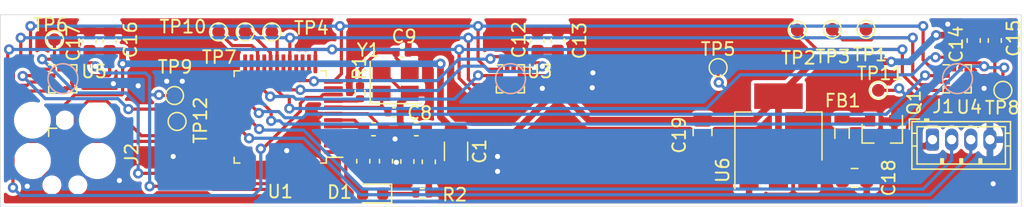
<source format=kicad_pcb>
(kicad_pcb (version 20171130) (host pcbnew "(5.1.9)-1")
  (layers (0 F.Cu signal) (31 B.Cu signal) (34 B.Paste user) (35 F.Paste user) (36 B.SilkS user) (37 F.SilkS user) (38 B.Mask user) (39 F.Mask user) (44 Edge.Cuts user))
  (net 0 "")
  (net 1 +3V3)
  (net 2 GND)
  (net 3 /STM32G030C8T6/HSE_IN)
  (net 4 "Net-(C9-Pad1)")
  (net 5 /AMS1117-3.3/VIN)
  (net 6 "Net-(D1-Pad1)")
  (net 7 "Net-(D1-Pad2)")
  (net 8 VCC)
  (net 9 HIT_TX)
  (net 10 HIT_RX)
  (net 11 /STM32G030C8T6/SWDIO)
  (net 12 /STM32G030C8T6/NRST)
  (net 13 /STM32G030C8T6/SWCLK)
  (net 14 /TC2030/SWO)
  (net 15 /STM32G030C8T6/HSE_OUT)
  (net 16 "Net-(U1-Pad2)")
  (net 17 "Net-(U1-Pad3)")
  (net 18 /STM32G030C8T6/PA0)
  (net 19 KX_SCLK)
  (net 20 KX_MOSI)
  (net 21 /STM32G030C8T6/PA3)
  (net 22 /STM32G030C8T6/PA4)
  (net 23 /STM32G030C8T6/PA5)
  (net 24 KX_MISO)
  (net 25 /STM32G030C8T6/PA7)
  (net 26 KX1_INT1)
  (net 27 KX1_INT2)
  (net 28 KX2_INT1)
  (net 29 KX1_CS)
  (net 30 KX2_INT2)
  (net 31 KX2_CS)
  (net 32 /STM32G030C8T6/PB13)
  (net 33 KX3_CS)
  (net 34 /STM32G030C8T6/PB15)
  (net 35 /STM32G030C8T6/PA8)
  (net 36 /STM32G030C8T6/PC6)
  (net 37 /STM32G030C8T6/PC7)
  (net 38 /STM32G030C8T6/PA11)
  (net 39 /STM32G030C8T6/PA12)
  (net 40 /STM32G030C8T6/PA15)
  (net 41 /STM32G030C8T6/PD0)
  (net 42 /STM32G030C8T6/PD1)
  (net 43 /STM32G030C8T6/PD2)
  (net 44 /STM32G030C8T6/PD3)
  (net 45 /STM32G030C8T6/PB3)
  (net 46 KX3_INT1)
  (net 47 KX3_INT2)
  (net 48 /STM32G030C8T6/PB6)
  (net 49 /STM32G030C8T6/PB7)
  (net 50 /STM32G030C8T6/PB8)
  (net 51 /STM32G030C8T6/PB9)
  (net 52 "Net-(FB1-Pad2)")
  (module Capacitor_SMD:C_1206_3216Metric (layer F.Cu) (at 99.06 48.6682 270)
    (fp_text reference C1 (at 0 -1.85 90) (layer F.SilkS))
    (fp_text value 4u7)
    (pad 1 smd roundrect (at -1.475 0 270) (size 1.15 1.8) (layers F.Cu F.Paste F.Mask) (roundrect_rratio 0.2173904347826087) (net 1 +3V3))
    (pad 2 smd roundrect (at 1.475 0 270) (size 1.15 1.8) (layers F.Cu F.Paste F.Mask) (roundrect_rratio 0.2173904347826087) (net 2 GND))
  )
  (module Capacitor_SMD:C_0603_1608Metric (layer F.Cu) (at 92.5954 46.9392)
    (fp_text reference C2 hide)
    (fp_text value 100n)
    (pad 2 smd roundrect (at 0.775 0) (size 0.9 0.95) (layers F.Cu F.Paste F.Mask) (net 2 GND))
    (pad 1 smd roundrect (at -0.775 0) (size 0.9 0.95) (layers F.Cu F.Paste F.Mask) (net 1 +3V3))
  )
  (module Capacitor_SMD:C_0603_1608Metric (layer F.Cu) (at 95.9482 46.9392 180)
    (fp_text reference C3 hide)
    (fp_text value 100n)
    (pad 2 smd roundrect (at 0.775 0 180) (size 0.9 0.95) (layers F.Cu F.Paste F.Mask) (net 2 GND))
    (pad 1 smd roundrect (at -0.775 0 180) (size 0.9 0.95) (layers F.Cu F.Paste F.Mask) (net 1 +3V3))
  )
  (module Capacitor_SMD:C_0603_1608Metric (layer F.Cu) (at 95.25 49.4662 270)
    (fp_text reference C4 hide)
    (fp_text value 100n)
    (pad 1 smd roundrect (at -0.775 0 270) (size 0.9 0.95) (layers F.Cu F.Paste F.Mask) (net 1 +3V3))
    (pad 2 smd roundrect (at 0.775 0 270) (size 0.9 0.95) (layers F.Cu F.Paste F.Mask) (net 2 GND))
  )
  (module Capacitor_SMD:C_0603_1608Metric (layer F.Cu) (at 96.9264 49.4922 270)
    (fp_text reference C5 hide)
    (fp_text value 100n)
    (pad 2 smd roundrect (at 0.775 0 270) (size 0.9 0.95) (layers F.Cu F.Paste F.Mask) (net 2 GND))
    (pad 1 smd roundrect (at -0.775 0 270) (size 0.9 0.95) (layers F.Cu F.Paste F.Mask) (net 1 +3V3))
  )
  (module Capacitor_SMD:C_0603_1608Metric (layer F.Cu) (at 93.5736 49.4414 270)
    (fp_text reference C6 hide)
    (fp_text value 100n)
    (pad 1 smd roundrect (at -0.775 0 270) (size 0.9 0.95) (layers F.Cu F.Paste F.Mask) (net 1 +3V3))
    (pad 2 smd roundrect (at 0.775 0 270) (size 0.9 0.95) (layers F.Cu F.Paste F.Mask) (net 2 GND))
  )
  (module Capacitor_SMD:C_0603_1608Metric (layer F.Cu) (at 91.7956 49.4414 270)
    (fp_text reference C7 hide)
    (fp_text value 100n)
    (pad 1 smd roundrect (at -0.775 0 270) (size 0.9 0.95) (layers F.Cu F.Paste F.Mask) (net 1 +3V3))
    (pad 2 smd roundrect (at 0.775 0 270) (size 0.9 0.95) (layers F.Cu F.Paste F.Mask) (net 2 GND))
  )
  (module Capacitor_SMD:C_0402_1005Metric (layer F.Cu) (at 94.206 45.6184)
    (fp_text reference C8 (at 2.0092 0.0508) (layer F.SilkS))
    (fp_text value 12p)
    (pad 1 smd roundrect (at -0.48 0) (size 0.56 0.62) (layers F.Cu F.Paste F.Mask) (net 3 /STM32G030C8T6/HSE_IN))
    (pad 2 smd roundrect (at 0.48 0) (size 0.56 0.62) (layers F.Cu F.Paste F.Mask) (net 2 GND))
  )
  (module Capacitor_SMD:C_0402_1005Metric (layer F.Cu) (at 94.8436 40.9448)
    (fp_text reference C9 (at 0.1524 -1.27) (layer F.SilkS))
    (fp_text value 12p)
    (pad 2 smd roundrect (at 0.48 0) (size 0.56 0.62) (layers F.Cu F.Paste F.Mask) (net 2 GND))
    (pad 1 smd roundrect (at -0.48 0) (size 0.56 0.62) (layers F.Cu F.Paste F.Mask) (net 4 "Net-(C9-Pad1)"))
  )
  (module Capacitor_SMD:C_0603_1608Metric (layer F.Cu) (at 105.4354 40.005 90)
    (fp_text reference C12 (at 0.0635 -1.4605 90) (layer F.SilkS))
    (fp_text value 100n)
    (pad 2 smd roundrect (at 0.775 0 90) (size 0.9 0.95) (layers F.Cu F.Paste F.Mask) (net 2 GND))
    (pad 1 smd roundrect (at -0.775 0 90) (size 0.9 0.95) (layers F.Cu F.Paste F.Mask) (net 1 +3V3))
  )
  (module Capacitor_SMD:C_0603_1608Metric (layer F.Cu) (at 107.0229 39.992 90)
    (fp_text reference C13 (at -0.013 1.7145 90) (layer F.SilkS))
    (fp_text value 100n)
    (pad 1 smd roundrect (at -0.775 0 90) (size 0.9 0.95) (layers F.Cu F.Paste F.Mask) (net 1 +3V3))
    (pad 2 smd roundrect (at 0.775 0 90) (size 0.9 0.95) (layers F.Cu F.Paste F.Mask) (net 2 GND))
  )
  (module Capacitor_SMD:C_0603_1608Metric (layer F.Cu) (at 139.5984 39.992 90)
    (fp_text reference C14 (at -0.2924 -1.3716 90) (layer F.SilkS))
    (fp_text value 100n)
    (pad 1 smd roundrect (at -0.775 0 90) (size 0.9 0.95) (layers F.Cu F.Paste F.Mask) (net 1 +3V3))
    (pad 2 smd roundrect (at 0.775 0 90) (size 0.9 0.95) (layers F.Cu F.Paste F.Mask) (net 2 GND))
  )
  (module Capacitor_SMD:C_0603_1608Metric (layer F.Cu) (at 141.2494 39.992 90)
    (fp_text reference C15 (at 0.1775 1.4605 90) (layer F.SilkS))
    (fp_text value 100n)
    (pad 2 smd roundrect (at 0.775 0 90) (size 0.9 0.95) (layers F.Cu F.Paste F.Mask) (net 2 GND))
    (pad 1 smd roundrect (at -0.775 0 90) (size 0.9 0.95) (layers F.Cu F.Paste F.Mask) (net 1 +3V3))
  )
  (module Capacitor_SMD:C_0603_1608Metric (layer F.Cu) (at 71.9328 40.0174 90)
    (fp_text reference C16 (at 0.0886 1.6256 90) (layer F.SilkS))
    (fp_text value 100n)
    (pad 1 smd roundrect (at -0.775 0 90) (size 0.9 0.95) (layers F.Cu F.Paste F.Mask) (net 1 +3V3))
    (pad 2 smd roundrect (at 0.775 0 90) (size 0.9 0.95) (layers F.Cu F.Paste F.Mask) (net 2 GND))
  )
  (module Capacitor_SMD:C_0603_1608Metric (layer F.Cu) (at 70.358 40.0174 90)
    (fp_text reference C17 (at -0.1654 -1.27 90) (layer F.SilkS))
    (fp_text value 100n)
    (pad 2 smd roundrect (at 0.775 0 90) (size 0.9 0.95) (layers F.Cu F.Paste F.Mask) (net 2 GND))
    (pad 1 smd roundrect (at -0.775 0 90) (size 0.9 0.95) (layers F.Cu F.Paste F.Mask) (net 1 +3V3))
  )
  (module Capacitor_SMD:C_0805_2012Metric (layer F.Cu) (at 130.2664 50.7492)
    (fp_text reference C18 (at 2.6772 0 90) (layer F.SilkS))
    (fp_text value 10u)
    (pad 2 smd roundrect (at 0.95 0) (size 1 1.45) (layers F.Cu F.Paste F.Mask) (net 2 GND))
    (pad 1 smd roundrect (at -0.95 0) (size 1 1.45) (layers F.Cu F.Paste F.Mask) (net 5 /AMS1117-3.3/VIN))
  )
  (module Capacitor_SMD:C_0805_2012Metric (layer F.Cu) (at 118.364 47.178 270)
    (fp_text reference C19 (at 0.2184 1.8288 90) (layer F.SilkS))
    (fp_text value 10u)
    (pad 1 smd roundrect (at -0.95 0 270) (size 1 1.45) (layers F.Cu F.Paste F.Mask) (net 1 +3V3))
    (pad 2 smd roundrect (at 0.95 0 270) (size 1 1.45) (layers F.Cu F.Paste F.Mask) (net 2 GND))
  )
  (module LED_SMD:LED_0603_1608Metric (layer F.Cu) (at 92.5321 51.9684 180)
    (fp_text reference D1 (at 2.5908 0.1016) (layer F.SilkS))
    (fp_text value LED)
    (pad 1 smd roundrect (at -0.7875 0 180) (size 0.875 0.95) (layers F.Cu F.Paste F.Mask) (net 6 "Net-(D1-Pad1)"))
    (pad 2 smd roundrect (at 0.7875 0 180) (size 0.875 0.95) (layers F.Cu F.Paste F.Mask) (net 7 "Net-(D1-Pad2)"))
  )
  (module Inductor_SMD:L_0805_2012Metric (layer F.Cu) (at 129.286 47.2483 90)
    (fp_text reference FB1 (at 2.5443 0.0508 180) (layer F.SilkS))
    (fp_text value GZ2012D101TF)
    (pad 1 smd roundrect (at -1.0625 0 90) (size 0.875 1.2) (layers F.Cu F.Paste F.Mask) (net 5 /AMS1117-3.3/VIN))
    (pad 2 smd roundrect (at 1.0625 0 90) (size 0.875 1.2) (layers F.Cu F.Paste F.Mask) (net 52 "Net-(FB1-Pad2)"))
  )
  (module Connector_JST2:JST_ZH_B4B-ZR_1x04_P1.50mm_Vertical (layer F.Cu) (at 136.3684 47.752)
    (fp_text reference J1 (at 0.8424 -2.5908) (layer F.SilkS))
    (fp_text value Conn_01x04_Male)
    (pad 1 thru_hole roundrect (at 0 0) (size 1.03 1.73) (drill 0.73) (layers *.Cu *.Mask) (roundrect_rratio 0.2427174757281553) (net 8 VCC))
    (pad 2 thru_hole oval (at 1.5 0) (size 1.03 1.73) (drill 0.73) (layers *.Cu *.Mask) (net 9 HIT_TX))
    (pad 3 thru_hole oval (at 3 0) (size 1.03 1.73) (drill 0.73) (layers *.Cu *.Mask) (net 10 HIT_RX))
    (pad 4 thru_hole oval (at 4.5 0) (size 1.03 1.73) (drill 0.73) (layers *.Cu *.Mask) (net 2 GND))
  )
  (module Connector:Tag-Connect_TC2030-IDC-FP_2x03_P1.27mm_Vertical (layer F.Cu) (at 68.4276 48.768 270)
    (fp_text reference J2 (at 0.1016 -5.2324 90) (layer F.SilkS))
    (fp_text value Conn_02x03_Odd_Even)
    (pad "" np_thru_hole circle (at -2.54 2.54 270) (size 2.3749 2.3749) (drill 2.3749) (layers *.Cu *.Mask))
    (pad "" np_thru_hole circle (at -2.54 -2.54 270) (size 2.3749 2.3749) (drill 2.3749) (layers *.Cu *.Mask))
    (pad "" np_thru_hole circle (at 0.635 -2.54 270) (size 2.3749 2.3749) (drill 2.3749) (layers *.Cu *.Mask))
    (pad "" np_thru_hole circle (at 0.635 2.54 270) (size 2.3749 2.3749) (drill 2.3749) (layers *.Cu *.Mask))
    (pad "" np_thru_hole circle (at 2.54 -1.016 270) (size 0.9906 0.9906) (drill 0.9906) (layers *.Cu *.Mask))
    (pad "" np_thru_hole circle (at 2.54 1.016 270) (size 0.9906 0.9906) (drill 0.9906) (layers *.Cu *.Mask))
    (pad "" np_thru_hole circle (at -2.54 0 270) (size 0.9906 0.9906) (drill 0.9906) (layers *.Cu *.Mask))
    (pad 1 connect circle (at -1.27 0.635 270) (size 0.7874 0.7874) (layers F.Cu F.Mask) (net 1 +3V3))
    (pad 2 connect circle (at -1.27 -0.635 270) (size 0.7874 0.7874) (layers F.Cu F.Mask) (net 11 /STM32G030C8T6/SWDIO))
    (pad 3 connect circle (at 0 0.635 270) (size 0.7874 0.7874) (layers F.Cu F.Mask) (net 12 /STM32G030C8T6/NRST))
    (pad 4 connect circle (at 0 -0.635 270) (size 0.7874 0.7874) (layers F.Cu F.Mask) (net 13 /STM32G030C8T6/SWCLK))
    (pad 5 connect circle (at 1.27 0.635 270) (size 0.7874 0.7874) (layers F.Cu F.Mask) (net 2 GND))
    (pad 6 connect circle (at 1.27 -0.635 270) (size 0.7874 0.7874) (layers F.Cu F.Mask) (net 14 /TC2030/SWO))
  )
  (module Resistor_SMD:R_0402_1005Metric (layer F.Cu) (at 91.5416 44.0416 90)
    (fp_text reference R1 (at 1.9284 -0.0508 90) (layer F.SilkS))
    (fp_text value 47)
    (pad 1 smd roundrect (at -0.51 0 90) (size 0.54 0.64) (layers F.Cu F.Paste F.Mask) (net 15 /STM32G030C8T6/HSE_OUT))
    (pad 2 smd roundrect (at 0.51 0 90) (size 0.54 0.64) (layers F.Cu F.Paste F.Mask) (net 4 "Net-(C9-Pad1)"))
  )
  (module Resistor_SMD:R_0402_1005Metric (layer F.Cu) (at 96.4204 51.9684 180)
    (fp_text reference R2 (at -2.538 -0.1016) (layer F.SilkS))
    (fp_text value 1k5)
    (pad 2 smd roundrect (at 0.51 0 180) (size 0.54 0.64) (layers F.Cu F.Paste F.Mask) (net 6 "Net-(D1-Pad1)"))
    (pad 1 smd roundrect (at -0.51 0 180) (size 0.54 0.64) (layers F.Cu F.Paste F.Mask) (net 2 GND))
  )
  (module Package_QFP:LQFP-48_7x7mm_P0.5mm (layer F.Cu) (at 85.2932 45.974 180)
    (fp_text reference U1 (at 0 -5.85) (layer F.SilkS))
    (fp_text value STM32G030C8T6)
    (pad 1 smd roundrect (at -4.1625 -2.75 180) (size 1.475 0.3) (layers F.Cu F.Paste F.Mask) (net 7 "Net-(D1-Pad2)"))
    (pad 2 smd roundrect (at -4.1625 -2.25 180) (size 1.475 0.3) (layers F.Cu F.Paste F.Mask) (net 16 "Net-(U1-Pad2)"))
    (pad 3 smd roundrect (at -4.1625 -1.75 180) (size 1.475 0.3) (layers F.Cu F.Paste F.Mask) (net 17 "Net-(U1-Pad3)"))
    (pad 4 smd roundrect (at -4.1625 -1.25 180) (size 1.475 0.3) (layers F.Cu F.Paste F.Mask) (net 1 +3V3))
    (pad 5 smd roundrect (at -4.1625 -0.75 180) (size 1.475 0.3) (layers F.Cu F.Paste F.Mask) (net 1 +3V3))
    (pad 6 smd roundrect (at -4.1625 -0.25 180) (size 1.475 0.3) (layers F.Cu F.Paste F.Mask) (net 1 +3V3))
    (pad 7 smd roundrect (at -4.1625 0.25 180) (size 1.475 0.3) (layers F.Cu F.Paste F.Mask) (net 2 GND))
    (pad 8 smd roundrect (at -4.1625 0.75 180) (size 1.475 0.3) (layers F.Cu F.Paste F.Mask) (net 3 /STM32G030C8T6/HSE_IN))
    (pad 9 smd roundrect (at -4.1625 1.25 180) (size 1.475 0.3) (layers F.Cu F.Paste F.Mask) (net 15 /STM32G030C8T6/HSE_OUT))
    (pad 10 smd roundrect (at -4.1625 1.75 180) (size 1.475 0.3) (layers F.Cu F.Paste F.Mask) (net 12 /STM32G030C8T6/NRST))
    (pad 11 smd roundrect (at -4.1625 2.25 180) (size 1.475 0.3) (layers F.Cu F.Paste F.Mask) (net 18 /STM32G030C8T6/PA0))
    (pad 12 smd roundrect (at -4.1625 2.75 180) (size 1.475 0.3) (layers F.Cu F.Paste F.Mask) (net 19 KX_SCLK))
    (pad 13 smd roundrect (at -2.75 4.1625 180) (size 0.3 1.475) (layers F.Cu F.Paste F.Mask) (net 20 KX_MOSI))
    (pad 14 smd roundrect (at -2.25 4.1625 180) (size 0.3 1.475) (layers F.Cu F.Paste F.Mask) (net 21 /STM32G030C8T6/PA3))
    (pad 15 smd roundrect (at -1.75 4.1625 180) (size 0.3 1.475) (layers F.Cu F.Paste F.Mask) (net 22 /STM32G030C8T6/PA4))
    (pad 16 smd roundrect (at -1.25 4.1625 180) (size 0.3 1.475) (layers F.Cu F.Paste F.Mask) (net 23 /STM32G030C8T6/PA5))
    (pad 17 smd roundrect (at -0.75 4.1625 180) (size 0.3 1.475) (layers F.Cu F.Paste F.Mask) (net 24 KX_MISO))
    (pad 18 smd roundrect (at -0.25 4.1625 180) (size 0.3 1.475) (layers F.Cu F.Paste F.Mask) (net 25 /STM32G030C8T6/PA7))
    (pad 19 smd roundrect (at 0.25 4.1625 180) (size 0.3 1.475) (layers F.Cu F.Paste F.Mask) (net 26 KX1_INT1))
    (pad 20 smd roundrect (at 0.75 4.1625 180) (size 0.3 1.475) (layers F.Cu F.Paste F.Mask) (net 27 KX1_INT2))
    (pad 21 smd roundrect (at 1.25 4.1625 180) (size 0.3 1.475) (layers F.Cu F.Paste F.Mask) (net 28 KX2_INT1))
    (pad 22 smd roundrect (at 1.75 4.1625 180) (size 0.3 1.475) (layers F.Cu F.Paste F.Mask) (net 29 KX1_CS))
    (pad 23 smd roundrect (at 2.25 4.1625 180) (size 0.3 1.475) (layers F.Cu F.Paste F.Mask) (net 30 KX2_INT2))
    (pad 24 smd roundrect (at 2.75 4.1625 180) (size 0.3 1.475) (layers F.Cu F.Paste F.Mask) (net 31 KX2_CS))
    (pad 25 smd roundrect (at 4.1625 2.75 180) (size 1.475 0.3) (layers F.Cu F.Paste F.Mask) (net 32 /STM32G030C8T6/PB13))
    (pad 26 smd roundrect (at 4.1625 2.25 180) (size 1.475 0.3) (layers F.Cu F.Paste F.Mask) (net 33 KX3_CS))
    (pad 27 smd roundrect (at 4.1625 1.75 180) (size 1.475 0.3) (layers F.Cu F.Paste F.Mask) (net 34 /STM32G030C8T6/PB15))
    (pad 28 smd roundrect (at 4.1625 1.25 180) (size 1.475 0.3) (layers F.Cu F.Paste F.Mask) (net 35 /STM32G030C8T6/PA8))
    (pad 29 smd roundrect (at 4.1625 0.75 180) (size 1.475 0.3) (layers F.Cu F.Paste F.Mask) (net 9 HIT_TX))
    (pad 30 smd roundrect (at 4.1625 0.25 180) (size 1.475 0.3) (layers F.Cu F.Paste F.Mask) (net 36 /STM32G030C8T6/PC6))
    (pad 31 smd roundrect (at 4.1625 -0.25 180) (size 1.475 0.3) (layers F.Cu F.Paste F.Mask) (net 37 /STM32G030C8T6/PC7))
    (pad 32 smd roundrect (at 4.1625 -0.75 180) (size 1.475 0.3) (layers F.Cu F.Paste F.Mask) (net 10 HIT_RX))
    (pad 33 smd roundrect (at 4.1625 -1.25 180) (size 1.475 0.3) (layers F.Cu F.Paste F.Mask) (net 38 /STM32G030C8T6/PA11))
    (pad 34 smd roundrect (at 4.1625 -1.75 180) (size 1.475 0.3) (layers F.Cu F.Paste F.Mask) (net 39 /STM32G030C8T6/PA12))
    (pad 35 smd roundrect (at 4.1625 -2.25 180) (size 1.475 0.3) (layers F.Cu F.Paste F.Mask) (net 11 /STM32G030C8T6/SWDIO))
    (pad 36 smd roundrect (at 4.1625 -2.75 180) (size 1.475 0.3) (layers F.Cu F.Paste F.Mask) (net 13 /STM32G030C8T6/SWCLK))
    (pad 37 smd roundrect (at 2.75 -4.1625 180) (size 0.3 1.475) (layers F.Cu F.Paste F.Mask) (net 40 /STM32G030C8T6/PA15))
    (pad 38 smd roundrect (at 2.25 -4.1625 180) (size 0.3 1.475) (layers F.Cu F.Paste F.Mask) (net 41 /STM32G030C8T6/PD0))
    (pad 39 smd roundrect (at 1.75 -4.1625 180) (size 0.3 1.475) (layers F.Cu F.Paste F.Mask) (net 42 /STM32G030C8T6/PD1))
    (pad 40 smd roundrect (at 1.25 -4.1625 180) (size 0.3 1.475) (layers F.Cu F.Paste F.Mask) (net 43 /STM32G030C8T6/PD2))
    (pad 41 smd roundrect (at 0.75 -4.1625 180) (size 0.3 1.475) (layers F.Cu F.Paste F.Mask) (net 44 /STM32G030C8T6/PD3))
    (pad 42 smd roundrect (at 0.25 -4.1625 180) (size 0.3 1.475) (layers F.Cu F.Paste F.Mask) (net 45 /STM32G030C8T6/PB3))
    (pad 43 smd roundrect (at -0.25 -4.1625 180) (size 0.3 1.475) (layers F.Cu F.Paste F.Mask) (net 46 KX3_INT1))
    (pad 44 smd roundrect (at -0.75 -4.1625 180) (size 0.3 1.475) (layers F.Cu F.Paste F.Mask) (net 47 KX3_INT2))
    (pad 45 smd roundrect (at -1.25 -4.1625 180) (size 0.3 1.475) (layers F.Cu F.Paste F.Mask) (net 48 /STM32G030C8T6/PB6))
    (pad 46 smd roundrect (at -1.75 -4.1625 180) (size 0.3 1.475) (layers F.Cu F.Paste F.Mask) (net 49 /STM32G030C8T6/PB7))
    (pad 47 smd roundrect (at -2.25 -4.1625 180) (size 0.3 1.475) (layers F.Cu F.Paste F.Mask) (net 50 /STM32G030C8T6/PB8))
    (pad 48 smd roundrect (at -2.75 -4.1625 180) (size 0.3 1.475) (layers F.Cu F.Paste F.Mask) (net 51 /STM32G030C8T6/PB9))
  )
  (module Package_LGA:LGA-12_2x2mm_P0.5mm (layer F.Cu) (at 103.3145 42.9895)
    (fp_text reference U3 (at 2.286 -0.5715) (layer F.SilkS))
    (fp_text value LIS2DW12TR)
    (pad 2 smd rect (at -0.7625 -0.25) (size 0.375 0.35) (layers F.Cu F.Paste F.Mask) (net 29 KX1_CS))
    (pad 3 smd rect (at -0.7625 0.25) (size 0.375 0.35) (layers F.Cu F.Paste F.Mask) (net 24 KX_MISO))
    (pad 9 smd rect (at 0.7625 -0.25) (size 0.375 0.35) (layers F.Cu F.Paste F.Mask) (net 1 +3V3))
    (pad 8 smd rect (at 0.7625 0.25) (size 0.375 0.35) (layers F.Cu F.Paste F.Mask) (net 2 GND))
    (pad 4 smd rect (at -0.7625 0.75) (size 0.375 0.35) (layers F.Cu F.Paste F.Mask) (net 20 KX_MOSI))
    (pad 7 smd rect (at 0.7625 0.75) (size 0.375 0.35) (layers F.Cu F.Paste F.Mask) (net 2 GND))
    (pad 1 smd rect (at -0.7625 -0.75) (size 0.375 0.35) (layers F.Cu F.Paste F.Mask) (net 19 KX_SCLK))
    (pad 10 smd rect (at 0.7625 -0.75) (size 0.375 0.35) (layers F.Cu F.Paste F.Mask) (net 1 +3V3))
    (pad 5 smd rect (at -0.25 0.7625 90) (size 0.375 0.35) (layers F.Cu F.Paste F.Mask) (net 2 GND))
    (pad 6 smd rect (at 0.25 0.7625 90) (size 0.375 0.35) (layers F.Cu F.Paste F.Mask) (net 2 GND))
    (pad 11 smd rect (at 0.25 -0.7625 90) (size 0.375 0.35) (layers F.Cu F.Paste F.Mask) (net 27 KX1_INT2))
    (pad 12 smd rect (at -0.25 -0.7625 90) (size 0.375 0.35) (layers F.Cu F.Paste F.Mask) (net 26 KX1_INT1))
  )
  (module Package_LGA:LGA-12_2x2mm_P0.5mm (layer F.Cu) (at 138.303 42.9895)
    (fp_text reference U4 (at 0.9398 2.2225) (layer F.SilkS))
    (fp_text value LIS2DW12TR)
    (pad 12 smd rect (at -0.25 -0.7625 90) (size 0.375 0.35) (layers F.Cu F.Paste F.Mask) (net 28 KX2_INT1))
    (pad 11 smd rect (at 0.25 -0.7625 90) (size 0.375 0.35) (layers F.Cu F.Paste F.Mask) (net 30 KX2_INT2))
    (pad 6 smd rect (at 0.25 0.7625 90) (size 0.375 0.35) (layers F.Cu F.Paste F.Mask) (net 2 GND))
    (pad 5 smd rect (at -0.25 0.7625 90) (size 0.375 0.35) (layers F.Cu F.Paste F.Mask) (net 2 GND))
    (pad 10 smd rect (at 0.7625 -0.75) (size 0.375 0.35) (layers F.Cu F.Paste F.Mask) (net 1 +3V3))
    (pad 1 smd rect (at -0.7625 -0.75) (size 0.375 0.35) (layers F.Cu F.Paste F.Mask) (net 19 KX_SCLK))
    (pad 7 smd rect (at 0.7625 0.75) (size 0.375 0.35) (layers F.Cu F.Paste F.Mask) (net 2 GND))
    (pad 4 smd rect (at -0.7625 0.75) (size 0.375 0.35) (layers F.Cu F.Paste F.Mask) (net 20 KX_MOSI))
    (pad 8 smd rect (at 0.7625 0.25) (size 0.375 0.35) (layers F.Cu F.Paste F.Mask) (net 2 GND))
    (pad 9 smd rect (at 0.7625 -0.25) (size 0.375 0.35) (layers F.Cu F.Paste F.Mask) (net 1 +3V3))
    (pad 3 smd rect (at -0.7625 0.25) (size 0.375 0.35) (layers F.Cu F.Paste F.Mask) (net 24 KX_MISO))
    (pad 2 smd rect (at -0.7625 -0.25) (size 0.375 0.35) (layers F.Cu F.Paste F.Mask) (net 31 KX2_CS))
  )
  (module Package_LGA:LGA-12_2x2mm_P0.5mm (layer F.Cu) (at 68.2625 42.9895)
    (fp_text reference U5 (at 2.4511 -0.5715) (layer F.SilkS))
    (fp_text value LIS2DW12TR)
    (pad 2 smd rect (at -0.7625 -0.25) (size 0.375 0.35) (layers F.Cu F.Paste F.Mask) (net 33 KX3_CS))
    (pad 3 smd rect (at -0.7625 0.25) (size 0.375 0.35) (layers F.Cu F.Paste F.Mask) (net 24 KX_MISO))
    (pad 9 smd rect (at 0.7625 -0.25) (size 0.375 0.35) (layers F.Cu F.Paste F.Mask) (net 1 +3V3))
    (pad 8 smd rect (at 0.7625 0.25) (size 0.375 0.35) (layers F.Cu F.Paste F.Mask) (net 2 GND))
    (pad 4 smd rect (at -0.7625 0.75) (size 0.375 0.35) (layers F.Cu F.Paste F.Mask) (net 20 KX_MOSI))
    (pad 7 smd rect (at 0.7625 0.75) (size 0.375 0.35) (layers F.Cu F.Paste F.Mask) (net 2 GND))
    (pad 1 smd rect (at -0.7625 -0.75) (size 0.375 0.35) (layers F.Cu F.Paste F.Mask) (net 19 KX_SCLK))
    (pad 10 smd rect (at 0.7625 -0.75) (size 0.375 0.35) (layers F.Cu F.Paste F.Mask) (net 1 +3V3))
    (pad 5 smd rect (at -0.25 0.7625 90) (size 0.375 0.35) (layers F.Cu F.Paste F.Mask) (net 2 GND))
    (pad 6 smd rect (at 0.25 0.7625 90) (size 0.375 0.35) (layers F.Cu F.Paste F.Mask) (net 2 GND))
    (pad 11 smd rect (at 0.25 -0.7625 90) (size 0.375 0.35) (layers F.Cu F.Paste F.Mask) (net 47 KX3_INT2))
    (pad 12 smd rect (at -0.25 -0.7625 90) (size 0.375 0.35) (layers F.Cu F.Paste F.Mask) (net 46 KX3_INT1))
  )
  (module Package_TO_SOT_SMD:SOT-223-3_TabPin2 (layer F.Cu) (at 124.3076 47.4984 90)
    (fp_text reference U6 (at -2.6412 -4.3688 270) (layer F.SilkS))
    (fp_text value AMS1117-3.3)
    (pad 2 smd rect (at 3.15 0 90) (size 2 3.8) (layers F.Cu F.Paste F.Mask) (net 1 +3V3))
    (pad 2 smd rect (at -3.15 0 90) (size 2 1.5) (layers F.Cu F.Paste F.Mask) (net 1 +3V3))
    (pad 3 smd rect (at -3.15 2.3 90) (size 2 1.5) (layers F.Cu F.Paste F.Mask) (net 5 /AMS1117-3.3/VIN))
    (pad 1 smd rect (at -3.15 -2.3 90) (size 2 1.5) (layers F.Cu F.Paste F.Mask) (net 2 GND))
  )
  (module Crystal:Crystal_SMD_3225-4Pin_3.2x2.5mm (layer F.Cu) (at 94.3356 43.2816)
    (fp_text reference Y1 (at -2.1336 -2.54) (layer F.SilkS))
    (fp_text value 16MHz)
    (pad 1 smd rect (at -1.1 0.85) (size 1.4 1.2) (layers F.Cu F.Paste F.Mask) (net 3 /STM32G030C8T6/HSE_IN))
    (pad 2 smd rect (at 1.1 0.85) (size 1.4 1.2) (layers F.Cu F.Paste F.Mask) (net 2 GND))
    (pad 3 smd rect (at 1.1 -0.85) (size 1.4 1.2) (layers F.Cu F.Paste F.Mask) (net 4 "Net-(C9-Pad1)"))
    (pad 4 smd rect (at -1.1 -0.85) (size 1.4 1.2) (layers F.Cu F.Paste F.Mask) (net 2 GND))
  )
  (module TestPoint:TestPoint_Pad_D1.0mm (layer F.Cu) (at 131.1656 39.116)
    (fp_text reference TP1 (at 0.3048 1.9812) (layer F.SilkS))
    (fp_text value TestPoint)
    (pad 1 smd circle (at 0 0) (size 1 1) (layers F.Cu F.Mask) (net 19 KX_SCLK))
  )
  (module TestPoint:TestPoint_Pad_D1.0mm (layer F.Cu) (at 125.7808 39.1668)
    (fp_text reference TP2 (at 0.1016 2.1844) (layer F.SilkS))
    (fp_text value TestPoint)
    (pad 1 smd circle (at 0 0) (size 1 1) (layers F.Cu F.Mask) (net 20 KX_MOSI))
  )
  (module TestPoint:TestPoint_Pad_D1.0mm (layer F.Cu) (at 128.524 39.116)
    (fp_text reference TP3 (at 0.0508 2.1336) (layer F.SilkS))
    (fp_text value TestPoint)
    (pad 1 smd circle (at 0 0) (size 1 1) (layers F.Cu F.Mask) (net 24 KX_MISO))
  )
  (module TestPoint:TestPoint_Pad_D1.0mm (layer F.Cu) (at 84.6328 39.3192)
    (fp_text reference TP4 (at 3.0988 -0.3048) (layer F.SilkS))
    (fp_text value TestPoint)
    (pad 1 smd circle (at 0 0) (size 1 1) (layers F.Cu F.Mask) (net 26 KX1_INT1))
  )
  (module TestPoint:TestPoint_Pad_D1.0mm (layer F.Cu) (at 119.5832 42.1132)
    (fp_text reference TP5 (at 0 -1.448) (layer F.SilkS))
    (fp_text value TestPoint)
    (pad 1 smd circle (at 0 0) (size 1 1) (layers F.Cu F.Mask) (net 28 KX2_INT1))
  )
  (module TestPoint:TestPoint_Pad_D1.0mm (layer F.Cu) (at 67.6148 39.9288)
    (fp_text reference TP6 (at -0.3048 -1.1684) (layer F.SilkS))
    (fp_text value TestPoint)
    (pad 1 smd circle (at 0 0) (size 1 1) (layers F.Cu F.Mask) (net 46 KX3_INT1))
  )
  (module TestPoint:TestPoint_Pad_D1.0mm (layer F.Cu) (at 82.55 39.3192)
    (fp_text reference TP7 (at -2.032 1.9812) (layer F.SilkS))
    (fp_text value TestPoint)
    (pad 1 smd circle (at 0 0) (size 1 1) (layers F.Cu F.Mask) (net 27 KX1_INT2))
  )
  (module TestPoint:TestPoint_Pad_D1.0mm (layer F.Cu) (at 141.8844 43.8912)
    (fp_text reference TP8 (at -0.0508 1.3716) (layer F.SilkS))
    (fp_text value TestPoint)
    (pad 1 smd circle (at 0 0) (size 1 1) (layers F.Cu F.Mask) (net 30 KX2_INT2))
  )
  (module TestPoint:TestPoint_Pad_D1.0mm (layer F.Cu) (at 77.0128 44.2976)
    (fp_text reference TP9 (at 0.0508 -2.2352) (layer F.SilkS))
    (fp_text value TestPoint)
    (pad 1 smd circle (at 0 0) (size 1 1) (layers F.Cu F.Mask) (net 47 KX3_INT2))
  )
  (module TestPoint:TestPoint_Pad_D1.0mm (layer F.Cu) (at 80.4672 39.3192)
    (fp_text reference TP10 (at -2.794 -0.4064) (layer F.SilkS))
    (fp_text value TestPoint)
    (pad 1 smd circle (at 0 0) (size 1 1) (layers F.Cu F.Mask) (net 29 KX1_CS))
  )
  (module TestPoint:TestPoint_Pad_D1.0mm (layer F.Cu) (at 132.1308 43.8912)
    (fp_text reference TP11 (at 0.1524 -1.3208) (layer F.SilkS))
    (fp_text value TestPoint)
    (pad 1 smd circle (at 0 0) (size 1 1) (layers F.Cu F.Mask) (net 31 KX2_CS))
  )
  (module TestPoint:TestPoint_Pad_D1.0mm (layer F.Cu) (at 77.216 46.3296)
    (fp_text reference TP12 (at 1.8288 -0.1016 90) (layer F.SilkS))
    (fp_text value TestPoint)
    (pad 1 smd circle (at 0 0) (size 1 1) (layers F.Cu F.Mask) (net 33 KX3_CS))
  )
  (module Package_TO_SOT_SMD:SOT-23 (layer F.Cu) (at 132.4356 47.26 270)
    (fp_text reference Q1 (at -2.4036 -2.4892 90) (layer F.SilkS))
    (fp_text value IRLML6402TRPBF)
    (pad 1 smd rect (at -1 -0.95 270) (size 0.9 0.8) (layers F.Cu F.Paste F.Mask) (net 2 GND))
    (pad 2 smd rect (at -1 0.95 270) (size 0.9 0.8) (layers F.Cu F.Paste F.Mask) (net 52 "Net-(FB1-Pad2)"))
    (pad 3 smd rect (at 1 0 270) (size 0.9 0.8) (layers F.Cu F.Paste F.Mask) (net 8 VCC))
  )
  (gr_circle (center 138.3284 42.9768) (end 137.16 42.9768) (layer B.SilkS) (width 0.12))
  (gr_circle (center 103.3272 42.9768) (end 102.1588 42.9768) (layer B.SilkS) (width 0.12))
  (gr_circle (center 68.2752 42.9768) (end 67.1068 42.9768) (layer B.SilkS) (width 0.12))
  (gr_line (start 63.373 53.0225) (end 63.373 37.973) (layer Edge.Cuts) (width 0.05))
  (gr_line (start 143.3195 53.0225) (end 63.373 53.0225) (layer Edge.Cuts) (width 0.05))
  (gr_line (start 143.3195 37.973) (end 143.3195 53.0225) (layer Edge.Cuts) (width 0.05))
  (gr_line (start 63.373 37.973) (end 143.3195 37.973) (layer Edge.Cuts) (width 0.05))
  (segment (start 70.358 40.7924) (end 71.9328 40.7924) (width 0.524) (layer F.Cu) (net 1))
  (segment (start 107.0099 40.78) (end 107.0229 40.767) (width 0.524) (layer F.Cu) (net 1))
  (segment (start 105.4354 40.78) (end 107.0099 40.78) (width 0.524) (layer F.Cu) (net 1))
  (segment (start 140.5382 40.767) (end 141.2494 40.767) (width 0.524) (layer F.Cu) (net 1))
  (segment (start 139.5984 40.767) (end 140.5382 40.767) (width 0.524) (layer F.Cu) (net 1))
  (segment (start 107.0229 42.6847) (end 107.0229 40.767) (width 0.25) (layer F.Cu) (net 1))
  (segment (start 106.9681 42.7395) (end 107.0229 42.6847) (width 0.25) (layer F.Cu) (net 1))
  (segment (start 104.077 42.2395) (end 104.8759 42.2395) (width 0.25) (layer F.Cu) (net 1))
  (segment (start 104.8759 42.6459) (end 104.9695 42.7395) (width 0.25) (layer F.Cu) (net 1))
  (segment (start 104.8759 42.2395) (end 104.8759 42.6459) (width 0.25) (layer F.Cu) (net 1))
  (segment (start 104.9695 42.7395) (end 106.9681 42.7395) (width 0.25) (layer F.Cu) (net 1))
  (segment (start 104.077 42.7395) (end 104.9695 42.7395) (width 0.25) (layer F.Cu) (net 1))
  (segment (start 141.2494 42.545) (end 141.2494 40.767) (width 0.25) (layer F.Cu) (net 1))
  (segment (start 141.0549 42.7395) (end 141.2494 42.545) (width 0.25) (layer F.Cu) (net 1))
  (segment (start 139.0655 42.2395) (end 139.6231 42.2395) (width 0.25) (layer F.Cu) (net 1))
  (segment (start 139.7167 42.3331) (end 139.7167 42.7395) (width 0.25) (layer F.Cu) (net 1))
  (segment (start 139.6231 42.2395) (end 139.7167 42.3331) (width 0.25) (layer F.Cu) (net 1))
  (segment (start 139.7167 42.7395) (end 141.0549 42.7395) (width 0.25) (layer F.Cu) (net 1))
  (segment (start 139.0655 42.7395) (end 139.7167 42.7395) (width 0.25) (layer F.Cu) (net 1))
  (segment (start 71.9328 42.672) (end 71.9328 40.7924) (width 0.25) (layer F.Cu) (net 1))
  (segment (start 71.8653 42.7395) (end 71.9328 42.672) (width 0.25) (layer F.Cu) (net 1))
  (segment (start 69.025 42.2395) (end 69.6715 42.2395) (width 0.25) (layer F.Cu) (net 1))
  (segment (start 69.8159 42.3839) (end 69.8159 42.7395) (width 0.25) (layer F.Cu) (net 1))
  (segment (start 69.6715 42.2395) (end 69.8159 42.3839) (width 0.25) (layer F.Cu) (net 1))
  (segment (start 69.8159 42.7395) (end 71.8653 42.7395) (width 0.25) (layer F.Cu) (net 1))
  (segment (start 69.025 42.7395) (end 69.8159 42.7395) (width 0.25) (layer F.Cu) (net 1))
  (segment (start 96.9772 47.1932) (end 96.7232 46.9392) (width 0.524) (layer F.Cu) (net 1))
  (segment (start 99.06 47.1932) (end 96.9772 47.1932) (width 0.524) (layer F.Cu) (net 1))
  (segment (start 95.276 48.7172) (end 95.25 48.6912) (width 0.524) (layer F.Cu) (net 1))
  (segment (start 96.9264 48.7172) (end 95.276 48.7172) (width 0.524) (layer F.Cu) (net 1))
  (segment (start 95.2252 48.6664) (end 95.25 48.6912) (width 0.524) (layer F.Cu) (net 1))
  (segment (start 93.5736 48.6664) (end 95.2252 48.6664) (width 0.524) (layer F.Cu) (net 1))
  (segment (start 91.7956 48.6664) (end 93.5736 48.6664) (width 0.524) (layer F.Cu) (net 1))
  (segment (start 91.7956 46.964) (end 91.8204 46.9392) (width 0.524) (layer F.Cu) (net 1))
  (segment (start 91.7956 48.6664) (end 91.7956 46.964) (width 0.524) (layer F.Cu) (net 1))
  (segment (start 96.9264 47.1424) (end 96.7232 46.9392) (width 0.524) (layer F.Cu) (net 1))
  (segment (start 96.9264 48.7172) (end 96.9264 47.1424) (width 0.524) (layer F.Cu) (net 1))
  (segment (start 91.5356 47.224) (end 91.8204 46.9392) (width 0.25) (layer F.Cu) (net 1))
  (segment (start 89.4557 47.224) (end 91.5356 47.224) (width 0.25) (layer F.Cu) (net 1))
  (segment (start 91.6052 46.724) (end 91.8204 46.9392) (width 0.25) (layer F.Cu) (net 1))
  (segment (start 89.4557 46.724) (end 91.6052 46.724) (width 0.25) (layer F.Cu) (net 1))
  (segment (start 91.1052 46.224) (end 91.8204 46.9392) (width 0.25) (layer F.Cu) (net 1))
  (segment (start 89.4557 46.224) (end 91.1052 46.224) (width 0.25) (layer F.Cu) (net 1))
  (via (at 97.8408 41.8084) (size 0.8) (drill 0.4) (layers F.Cu B.Cu) (net 1))
  (segment (start 97.8408 45.974) (end 97.8408 41.8084) (width 0.524) (layer F.Cu) (net 1))
  (segment (start 99.06 47.1932) (end 97.8408 45.974) (width 0.524) (layer F.Cu) (net 1))
  (via (at 72.9488 41.8084) (size 0.8) (drill 0.4) (layers F.Cu B.Cu) (net 1))
  (segment (start 72.9488 41.8084) (end 72.9488 40.7924) (width 0.524) (layer F.Cu) (net 1))
  (segment (start 72.9488 40.7924) (end 71.9328 40.7924) (width 0.524) (layer F.Cu) (net 1))
  (segment (start 103.637762 47.1932) (end 99.06 47.1932) (width 0.524) (layer F.Cu) (net 1))
  (segment (start 107.0229 43.808062) (end 103.637762 47.1932) (width 0.524) (layer F.Cu) (net 1))
  (segment (start 107.0229 40.767) (end 107.0229 43.808062) (width 0.524) (layer F.Cu) (net 1))
  (via (at 133.1468 41.656) (size 0.8) (drill 0.4) (layers F.Cu B.Cu) (net 1))
  (via (at 136.652 39.5732) (size 0.8) (drill 0.4) (layers F.Cu B.Cu) (net 1))
  (segment (start 134.5692 41.656) (end 136.652 39.5732) (width 0.524) (layer B.Cu) (net 1))
  (segment (start 133.1468 41.656) (end 134.5692 41.656) (width 0.524) (layer B.Cu) (net 1))
  (segment (start 136.652 39.5732) (end 137.3632 39.5732) (width 0.524) (layer F.Cu) (net 1))
  (segment (start 138.557 40.767) (end 139.5984 40.767) (width 0.524) (layer F.Cu) (net 1))
  (segment (start 137.3632 39.5732) (end 138.557 40.767) (width 0.524) (layer F.Cu) (net 1))
  (segment (start 72.9488 44.181402) (end 72.9488 41.8084) (width 0.25) (layer F.Cu) (net 1))
  (segment (start 72.890701 44.239501) (end 72.9488 44.181402) (width 0.25) (layer F.Cu) (net 1))
  (segment (start 69.202053 44.239501) (end 72.890701 44.239501) (width 0.25) (layer F.Cu) (net 1))
  (segment (start 67.607299 45.834255) (end 69.202053 44.239501) (width 0.25) (layer F.Cu) (net 1))
  (segment (start 67.607299 47.312699) (end 67.607299 45.834255) (width 0.25) (layer F.Cu) (net 1))
  (segment (start 67.7926 47.498) (end 67.607299 47.312699) (width 0.25) (layer F.Cu) (net 1))
  (segment (start 97.8408 41.8084) (end 72.9488 41.8084) (width 0.524) (layer B.Cu) (net 1))
  (segment (start 127 41.656) (end 124.3076 44.3484) (width 0.524) (layer F.Cu) (net 1))
  (segment (start 133.1468 41.656) (end 127 41.656) (width 0.524) (layer F.Cu) (net 1))
  (segment (start 122.428 46.228) (end 124.3076 44.3484) (width 0.524) (layer F.Cu) (net 1))
  (segment (start 118.364 46.228) (end 122.428 46.228) (width 0.524) (layer F.Cu) (net 1))
  (segment (start 124.3076 50.6484) (end 124.3076 44.3484) (width 0.524) (layer F.Cu) (net 1))
  (segment (start 109.442838 46.228) (end 107.0229 43.808062) (width 0.524) (layer F.Cu) (net 1))
  (segment (start 118.364 46.228) (end 109.442838 46.228) (width 0.524) (layer F.Cu) (net 1))
  (segment (start 95.0356 44.1316) (end 95.4356 44.1316) (width 0.25) (layer F.Cu) (net 2))
  (segment (start 93.3356 42.4316) (end 95.0356 44.1316) (width 0.25) (layer F.Cu) (net 2))
  (segment (start 93.2356 42.4316) (end 93.3356 42.4316) (width 0.25) (layer F.Cu) (net 2))
  (segment (start 92.1552 45.724) (end 93.3704 46.9392) (width 0.25) (layer F.Cu) (net 2))
  (segment (start 89.4557 45.724) (end 92.1552 45.724) (width 0.25) (layer F.Cu) (net 2))
  (via (at 65.4812 51.403301) (size 0.8) (drill 0.4) (layers F.Cu B.Cu) (net 2))
  (segment (start 66.03475 51.403301) (end 65.4812 51.403301) (width 0.25) (layer F.Cu) (net 2))
  (segment (start 67.400051 50.038) (end 66.03475 51.403301) (width 0.25) (layer F.Cu) (net 2))
  (segment (start 67.7926 50.038) (end 67.400051 50.038) (width 0.25) (layer F.Cu) (net 2))
  (segment (start 68.0125 43.752) (end 68.5125 43.752) (width 0.25) (layer F.Cu) (net 2))
  (segment (start 69.0125 43.752) (end 69.025 43.7395) (width 0.25) (layer F.Cu) (net 2))
  (segment (start 68.5125 43.752) (end 69.0125 43.752) (width 0.25) (layer F.Cu) (net 2))
  (segment (start 69.025 43.7395) (end 69.025 43.2395) (width 0.25) (layer F.Cu) (net 2))
  (segment (start 103.0645 43.752) (end 103.5645 43.752) (width 0.25) (layer F.Cu) (net 2))
  (segment (start 103.577 43.7395) (end 103.5645 43.752) (width 0.25) (layer F.Cu) (net 2))
  (segment (start 104.077 43.7395) (end 103.577 43.7395) (width 0.25) (layer F.Cu) (net 2))
  (segment (start 104.077 43.7395) (end 104.077 43.2395) (width 0.25) (layer F.Cu) (net 2))
  (segment (start 105.8157 43.7395) (end 105.8164 43.7388) (width 0.25) (layer F.Cu) (net 2))
  (via (at 105.8164 43.7388) (size 0.8) (drill 0.4) (layers F.Cu B.Cu) (net 2))
  (segment (start 104.077 43.7395) (end 105.8157 43.7395) (width 0.25) (layer F.Cu) (net 2))
  (segment (start 138.053 43.752) (end 138.553 43.752) (width 0.25) (layer F.Cu) (net 2))
  (segment (start 138.5655 43.7395) (end 138.553 43.752) (width 0.25) (layer F.Cu) (net 2))
  (segment (start 139.0655 43.7395) (end 138.5655 43.7395) (width 0.25) (layer F.Cu) (net 2))
  (segment (start 139.0655 43.7395) (end 139.0655 43.2395) (width 0.25) (layer F.Cu) (net 2))
  (via (at 140.4112 43.7388) (size 0.8) (drill 0.4) (layers F.Cu B.Cu) (net 2))
  (segment (start 140.4105 43.7395) (end 140.4112 43.7388) (width 0.25) (layer F.Cu) (net 2))
  (segment (start 139.0655 43.7395) (end 140.4105 43.7395) (width 0.25) (layer F.Cu) (net 2))
  (segment (start 69.025 43.2395) (end 70.2651 43.2395) (width 0.25) (layer F.Cu) (net 2))
  (via (at 72.2238 43.369661) (size 0.8) (drill 0.4) (layers F.Cu B.Cu) (net 2))
  (segment (start 72.093639 43.2395) (end 72.2238 43.369661) (width 0.25) (layer F.Cu) (net 2))
  (segment (start 70.2651 43.2395) (end 72.093639 43.2395) (width 0.25) (layer F.Cu) (net 2))
  (segment (start 93.3704 46.9392) (end 95.1732 46.9392) (width 0.524) (layer F.Cu) (net 2))
  (segment (start 94.686 46.452) (end 95.1732 46.9392) (width 0.524) (layer F.Cu) (net 2))
  (segment (start 94.686 45.6184) (end 94.686 46.452) (width 0.524) (layer F.Cu) (net 2))
  (segment (start 94.686 44.8812) (end 95.4356 44.1316) (width 0.524) (layer F.Cu) (net 2))
  (segment (start 94.686 45.6184) (end 94.686 44.8812) (width 0.524) (layer F.Cu) (net 2))
  (via (at 76.4032 43.18) (size 0.8) (drill 0.4) (layers F.Cu B.Cu) (net 2))
  (via (at 77.6224 43.18) (size 0.8) (drill 0.4) (layers F.Cu B.Cu) (net 2))
  (via (at 76.9112 49.0728) (size 0.8) (drill 0.4) (layers F.Cu B.Cu) (net 2))
  (via (at 72.6948 50.9524) (size 0.8) (drill 0.4) (layers F.Cu B.Cu) (net 2))
  (via (at 141.1224 51.2064) (size 0.8) (drill 0.4) (layers F.Cu B.Cu) (net 2))
  (via (at 137.5664 38.7096) (size 0.8) (drill 0.4) (layers F.Cu B.Cu) (net 2))
  (via (at 109.7788 42.5196) (size 0.8) (drill 0.4) (layers F.Cu B.Cu) (net 2))
  (via (at 109.728 43.688) (size 0.8) (drill 0.4) (layers F.Cu B.Cu) (net 2))
  (via (at 102.3112 49.0728) (size 0.8) (drill 0.4) (layers F.Cu B.Cu) (net 2))
  (via (at 102.3112 50.2412) (size 0.8) (drill 0.4) (layers F.Cu B.Cu) (net 2))
  (via (at 74.168 43.5356) (size 0.8) (drill 0.4) (layers F.Cu B.Cu) (net 2))
  (segment (start 74.002061 43.369661) (end 74.168 43.5356) (width 0.25) (layer B.Cu) (net 2))
  (segment (start 72.2238 43.369661) (end 74.002061 43.369661) (width 0.25) (layer B.Cu) (net 2))
  (via (at 94.3864 49.53) (size 0.8) (drill 0.4) (layers F.Cu B.Cu) (net 2))
  (segment (start 93.7 50.2164) (end 94.3864 49.53) (width 0.524) (layer F.Cu) (net 2))
  (segment (start 93.5736 50.2164) (end 93.7 50.2164) (width 0.524) (layer F.Cu) (net 2))
  (via (at 94.2848 47.7012) (size 0.8) (drill 0.4) (layers F.Cu B.Cu) (net 2))
  (segment (start 94.3864 47.8028) (end 94.2848 47.7012) (width 0.524) (layer B.Cu) (net 2))
  (segment (start 94.3864 49.53) (end 94.3864 47.8028) (width 0.524) (layer B.Cu) (net 2))
  (segment (start 94.1324 47.7012) (end 93.3704 46.9392) (width 0.524) (layer F.Cu) (net 2))
  (segment (start 94.2848 47.7012) (end 94.1324 47.7012) (width 0.524) (layer F.Cu) (net 2))
  (via (at 85.8012 48.6156) (size 0.8) (drill 0.4) (layers F.Cu B.Cu) (net 2))
  (segment (start 85.8012 48.575298) (end 85.8012 48.6156) (width 0.25) (layer F.Cu) (net 2))
  (segment (start 88.652498 45.724) (end 85.8012 48.575298) (width 0.25) (layer F.Cu) (net 2))
  (segment (start 89.4557 45.724) (end 88.652498 45.724) (width 0.25) (layer F.Cu) (net 2))
  (segment (start 93.3316 45.224) (end 93.726 45.6184) (width 0.25) (layer F.Cu) (net 3))
  (segment (start 89.4557 45.224) (end 93.3316 45.224) (width 0.25) (layer F.Cu) (net 3))
  (segment (start 93.2356 45.128) (end 93.3316 45.224) (width 0.25) (layer F.Cu) (net 3))
  (segment (start 93.2356 44.1316) (end 93.2356 45.128) (width 0.25) (layer F.Cu) (net 3))
  (segment (start 94.3636 41.3596) (end 94.3636 40.9448) (width 0.25) (layer F.Cu) (net 4))
  (segment (start 95.4356 42.4316) (end 94.3636 41.3596) (width 0.25) (layer F.Cu) (net 4))
  (segment (start 92.837398 40.9448) (end 94.3636 40.9448) (width 0.25) (layer F.Cu) (net 4))
  (segment (start 91.5416 42.240598) (end 92.837398 40.9448) (width 0.25) (layer F.Cu) (net 4))
  (segment (start 91.5416 43.5316) (end 91.5416 42.240598) (width 0.25) (layer F.Cu) (net 4))
  (segment (start 129.3164 48.3412) (end 129.286 48.3108) (width 0.524) (layer F.Cu) (net 5))
  (segment (start 129.3164 50.7492) (end 129.3164 48.3412) (width 0.524) (layer F.Cu) (net 5))
  (segment (start 129.2156 50.6484) (end 129.3164 50.7492) (width 0.524) (layer F.Cu) (net 5))
  (segment (start 126.6076 50.6484) (end 129.2156 50.6484) (width 0.524) (layer F.Cu) (net 5))
  (segment (start 93.3196 51.9684) (end 95.9104 51.9684) (width 0.25) (layer F.Cu) (net 6))
  (segment (start 89.4557 48.724) (end 90.2276 48.724) (width 0.25) (layer F.Cu) (net 7))
  (segment (start 90.2276 48.724) (end 90.424 48.9204) (width 0.25) (layer F.Cu) (net 7))
  (segment (start 90.424 50.6478) (end 91.7446 51.9684) (width 0.25) (layer F.Cu) (net 7))
  (segment (start 90.424 48.9204) (end 90.424 50.6478) (width 0.25) (layer F.Cu) (net 7))
  (segment (start 135.8604 48.26) (end 136.3684 47.752) (width 0.524) (layer F.Cu) (net 8))
  (segment (start 132.4356 48.26) (end 135.8604 48.26) (width 0.524) (layer F.Cu) (net 8))
  (via (at 83.644077 46.919898) (size 0.8) (drill 0.4) (layers F.Cu B.Cu) (net 9))
  (segment (start 83.6298 46.919898) (end 83.644077 46.919898) (width 0.25) (layer F.Cu) (net 9))
  (segment (start 81.933902 45.224) (end 83.6298 46.919898) (width 0.25) (layer F.Cu) (net 9))
  (segment (start 81.1307 45.224) (end 81.933902 45.224) (width 0.25) (layer F.Cu) (net 9))
  (segment (start 83.72798 47.003801) (end 87.118013 47.003801) (width 0.25) (layer B.Cu) (net 9))
  (segment (start 83.644077 46.919898) (end 83.72798 47.003801) (width 0.25) (layer B.Cu) (net 9))
  (segment (start 87.118013 47.003801) (end 91.734202 51.61999) (width 0.25) (layer B.Cu) (net 9))
  (segment (start 91.734202 51.61999) (end 135.62881 51.61999) (width 0.25) (layer B.Cu) (net 9))
  (segment (start 137.8684 49.3804) (end 137.8684 47.752) (width 0.25) (layer B.Cu) (net 9))
  (segment (start 135.62881 51.61999) (end 137.8684 49.3804) (width 0.25) (layer B.Cu) (net 9))
  (segment (start 81.933902 46.724) (end 82.8548 47.644898) (width 0.25) (layer F.Cu) (net 10))
  (segment (start 81.1307 46.724) (end 81.933902 46.724) (width 0.25) (layer F.Cu) (net 10))
  (via (at 82.8548 47.644898) (size 0.8) (drill 0.4) (layers F.Cu B.Cu) (net 10))
  (segment (start 87.1227 47.644898) (end 91.547802 52.07) (width 0.25) (layer B.Cu) (net 10))
  (segment (start 82.8548 47.644898) (end 87.1227 47.644898) (width 0.25) (layer B.Cu) (net 10))
  (segment (start 139.3684 48.867) (end 139.3684 47.752) (width 0.25) (layer B.Cu) (net 10))
  (segment (start 136.1654 52.07) (end 139.3684 48.867) (width 0.25) (layer B.Cu) (net 10))
  (segment (start 91.547802 52.07) (end 136.1654 52.07) (width 0.25) (layer B.Cu) (net 10))
  (segment (start 78.88321 48.224) (end 78.099749 47.440539) (width 0.25) (layer F.Cu) (net 11))
  (segment (start 81.1307 48.224) (end 78.88321 48.224) (width 0.25) (layer F.Cu) (net 11))
  (segment (start 69.247901 47.312699) (end 69.0626 47.498) (width 0.25) (layer F.Cu) (net 11))
  (segment (start 69.247901 45.709271) (end 69.247901 47.312699) (width 0.25) (layer F.Cu) (net 11))
  (segment (start 70.241623 44.715549) (end 69.247901 45.709271) (width 0.25) (layer F.Cu) (net 11))
  (segment (start 74.418567 47.440539) (end 71.693577 44.715549) (width 0.25) (layer F.Cu) (net 11))
  (segment (start 71.693577 44.715549) (end 70.241623 44.715549) (width 0.25) (layer F.Cu) (net 11))
  (segment (start 78.099749 47.440539) (end 74.418567 47.440539) (width 0.25) (layer F.Cu) (net 11))
  (segment (start 64.3636 48.688572) (end 64.3636 51.5112) (width 0.25) (layer F.Cu) (net 12))
  (segment (start 65.161623 47.890549) (end 64.3636 48.688572) (width 0.25) (layer F.Cu) (net 12))
  (via (at 64.3636 51.5112) (size 0.8) (drill 0.4) (layers F.Cu B.Cu) (net 12))
  (segment (start 66.915149 47.890549) (end 65.161623 47.890549) (width 0.25) (layer F.Cu) (net 12))
  (segment (start 67.7926 48.768) (end 66.915149 47.890549) (width 0.25) (layer F.Cu) (net 12))
  (segment (start 64.980701 52.128301) (end 83.202899 52.128301) (width 0.25) (layer B.Cu) (net 12))
  (segment (start 64.3636 51.5112) (end 64.980701 52.128301) (width 0.25) (layer B.Cu) (net 12))
  (segment (start 88.652498 44.224) (end 89.4557 44.224) (width 0.25) (layer F.Cu) (net 12))
  (segment (start 88.426498 44.45) (end 88.652498 44.224) (width 0.25) (layer F.Cu) (net 12))
  (segment (start 87.3252 44.45) (end 88.426498 44.45) (width 0.25) (layer F.Cu) (net 12))
  (segment (start 86.868 44.9072) (end 87.3252 44.45) (width 0.25) (layer F.Cu) (net 12))
  (via (at 83.7692 48.4632) (size 0.8) (drill 0.4) (layers F.Cu B.Cu) (net 12))
  (segment (start 83.927802 48.4632) (end 83.7692 48.4632) (width 0.25) (layer F.Cu) (net 12))
  (segment (start 86.868 45.523002) (end 83.927802 48.4632) (width 0.25) (layer F.Cu) (net 12))
  (segment (start 86.868 44.9072) (end 86.868 45.523002) (width 0.25) (layer F.Cu) (net 12))
  (segment (start 83.7692 51.562) (end 83.202899 52.128301) (width 0.25) (layer B.Cu) (net 12))
  (segment (start 83.7692 48.4632) (end 83.7692 51.562) (width 0.25) (layer B.Cu) (net 12))
  (segment (start 69.940051 47.890549) (end 77.913349 47.890549) (width 0.25) (layer F.Cu) (net 13))
  (segment (start 69.0626 48.768) (end 69.940051 47.890549) (width 0.25) (layer F.Cu) (net 13))
  (segment (start 78.7468 48.724) (end 81.1307 48.724) (width 0.25) (layer F.Cu) (net 13))
  (segment (start 77.913349 47.890549) (end 78.7468 48.724) (width 0.25) (layer F.Cu) (net 13))
  (segment (start 91.3692 44.724) (end 89.4557 44.724) (width 0.25) (layer F.Cu) (net 15))
  (segment (start 91.5416 44.5516) (end 91.3692 44.724) (width 0.25) (layer F.Cu) (net 15))
  (segment (start 67.5 42.2395) (end 65.8615 42.2395) (width 0.25) (layer F.Cu) (net 19))
  (via (at 65.7352 38.862) (size 0.8) (drill 0.4) (layers F.Cu B.Cu) (net 19))
  (segment (start 65.7352 42.1132) (end 65.7352 38.862) (width 0.25) (layer F.Cu) (net 19))
  (segment (start 65.8615 42.2395) (end 65.7352 42.1132) (width 0.25) (layer F.Cu) (net 19))
  (segment (start 102.552 42.2395) (end 101.5231 42.2395) (width 0.25) (layer F.Cu) (net 19))
  (via (at 100.7872 38.862) (size 0.8) (drill 0.4) (layers F.Cu B.Cu) (net 19))
  (segment (start 101.5231 42.2395) (end 100.7872 41.5036) (width 0.25) (layer F.Cu) (net 19))
  (segment (start 100.7872 41.5036) (end 100.7872 38.862) (width 0.25) (layer F.Cu) (net 19))
  (segment (start 137.5405 42.2395) (end 136.3719 42.2395) (width 0.25) (layer F.Cu) (net 19))
  (via (at 135.636 38.862) (size 0.8) (drill 0.4) (layers F.Cu B.Cu) (net 19))
  (segment (start 136.3719 42.2395) (end 135.636 41.5036) (width 0.25) (layer F.Cu) (net 19))
  (segment (start 135.636 41.5036) (end 135.636 38.862) (width 0.25) (layer F.Cu) (net 19))
  (segment (start 100.7872 38.862) (end 135.636 38.862) (width 0.25) (layer B.Cu) (net 19))
  (via (at 89.9668 38.862) (size 0.8) (drill 0.4) (layers F.Cu B.Cu) (net 19))
  (segment (start 90.082201 42.597499) (end 90.082201 38.977401) (width 0.25) (layer F.Cu) (net 19))
  (segment (start 89.4557 43.224) (end 90.082201 42.597499) (width 0.25) (layer F.Cu) (net 19))
  (segment (start 89.9668 38.862) (end 100.7872 38.862) (width 0.25) (layer B.Cu) (net 19))
  (segment (start 90.082201 38.977401) (end 89.9668 38.862) (width 0.25) (layer F.Cu) (net 19))
  (segment (start 65.7352 38.862) (end 89.9668 38.862) (width 0.25) (layer B.Cu) (net 19))
  (segment (start 131.4196 38.862) (end 131.1656 39.116) (width 0.25) (layer F.Cu) (net 19))
  (segment (start 135.636 38.862) (end 131.4196 38.862) (width 0.25) (layer F.Cu) (net 19))
  (segment (start 63.950589 40.799011) (end 64.0588 40.6908) (width 0.25) (layer F.Cu) (net 20))
  (segment (start 63.950589 43.308001) (end 63.950589 40.799011) (width 0.25) (layer F.Cu) (net 20))
  (segment (start 64.591198 43.94861) (end 63.950589 43.308001) (width 0.25) (layer F.Cu) (net 20))
  (segment (start 67.29089 43.94861) (end 64.591198 43.94861) (width 0.25) (layer F.Cu) (net 20))
  (via (at 64.0588 40.6908) (size 0.8) (drill 0.4) (layers F.Cu B.Cu) (net 20))
  (segment (start 67.5 43.7395) (end 67.29089 43.94861) (width 0.25) (layer F.Cu) (net 20))
  (via (at 99.3002 40.6908) (size 0.8) (drill 0.4) (layers F.Cu B.Cu) (net 20))
  (segment (start 99.3002 42.945212) (end 99.3002 40.6908) (width 0.25) (layer F.Cu) (net 20))
  (segment (start 100.252798 43.89781) (end 99.3002 42.945212) (width 0.25) (layer F.Cu) (net 20))
  (segment (start 102.39369 43.89781) (end 100.252798 43.89781) (width 0.25) (layer F.Cu) (net 20))
  (segment (start 102.552 43.7395) (end 102.39369 43.89781) (width 0.25) (layer F.Cu) (net 20))
  (via (at 134.0104 40.6908) (size 0.8) (drill 0.4) (layers F.Cu B.Cu) (net 20))
  (segment (start 134.0104 42.654212) (end 134.0104 40.6908) (width 0.25) (layer F.Cu) (net 20))
  (segment (start 135.253998 43.89781) (end 134.0104 42.654212) (width 0.25) (layer F.Cu) (net 20))
  (segment (start 137.38219 43.89781) (end 135.253998 43.89781) (width 0.25) (layer F.Cu) (net 20))
  (segment (start 137.5405 43.7395) (end 137.38219 43.89781) (width 0.25) (layer F.Cu) (net 20))
  (segment (start 88.0432 41.8115) (end 88.0432 40.6976) (width 0.25) (layer F.Cu) (net 20))
  (via (at 89.3572 40.6908) (size 0.8) (drill 0.4) (layers F.Cu B.Cu) (net 20))
  (segment (start 88.05 40.6908) (end 89.3572 40.6908) (width 0.25) (layer F.Cu) (net 20))
  (segment (start 88.0432 40.6976) (end 88.05 40.6908) (width 0.25) (layer F.Cu) (net 20))
  (segment (start 89.3572 40.6908) (end 134.0104 40.6908) (width 0.25) (layer B.Cu) (net 20))
  (segment (start 64.0588 40.6908) (end 89.3572 40.6908) (width 0.25) (layer B.Cu) (net 20))
  (segment (start 127.3048 40.6908) (end 125.7808 39.1668) (width 0.25) (layer F.Cu) (net 20))
  (segment (start 134.0104 40.6908) (end 127.3048 40.6908) (width 0.25) (layer F.Cu) (net 20))
  (segment (start 64.400599 43.121601) (end 64.400599 41.873001) (width 0.25) (layer F.Cu) (net 24))
  (segment (start 64.777599 43.498601) (end 64.400599 43.121601) (width 0.25) (layer F.Cu) (net 24))
  (segment (start 65.473601 43.498601) (end 64.777599 43.498601) (width 0.25) (layer F.Cu) (net 24))
  (segment (start 65.732702 43.2395) (end 65.473601 43.498601) (width 0.25) (layer F.Cu) (net 24))
  (segment (start 67.5 43.2395) (end 65.732702 43.2395) (width 0.25) (layer F.Cu) (net 24))
  (via (at 64.9732 39.7764) (size 0.8) (drill 0.4) (layers F.Cu B.Cu) (net 24))
  (segment (start 64.9732 41.3004) (end 64.9732 39.7764) (width 0.25) (layer F.Cu) (net 24))
  (segment (start 64.400599 41.873001) (end 64.9732 41.3004) (width 0.25) (layer F.Cu) (net 24))
  (via (at 100.0252 39.7764) (size 0.8) (drill 0.4) (layers F.Cu B.Cu) (net 24))
  (segment (start 100.0252 43.033802) (end 100.0252 39.7764) (width 0.25) (layer F.Cu) (net 24))
  (segment (start 100.439199 43.447801) (end 100.0252 43.033802) (width 0.25) (layer F.Cu) (net 24))
  (segment (start 101.135201 43.447801) (end 100.439199 43.447801) (width 0.25) (layer F.Cu) (net 24))
  (segment (start 101.343502 43.2395) (end 101.135201 43.447801) (width 0.25) (layer F.Cu) (net 24))
  (segment (start 102.552 43.2395) (end 101.343502 43.2395) (width 0.25) (layer F.Cu) (net 24))
  (via (at 134.8232 39.7764) (size 0.8) (drill 0.4) (layers F.Cu B.Cu) (net 24))
  (segment (start 134.8232 42.830602) (end 134.8232 39.7764) (width 0.25) (layer F.Cu) (net 24))
  (segment (start 136.136401 43.447801) (end 135.440399 43.447801) (width 0.25) (layer F.Cu) (net 24))
  (segment (start 136.344702 43.2395) (end 136.136401 43.447801) (width 0.25) (layer F.Cu) (net 24))
  (segment (start 137.5405 43.2395) (end 136.344702 43.2395) (width 0.25) (layer F.Cu) (net 24))
  (segment (start 135.440399 43.447801) (end 134.8232 42.830602) (width 0.25) (layer F.Cu) (net 24))
  (segment (start 100.0252 39.7764) (end 134.8232 39.7764) (width 0.25) (layer B.Cu) (net 24))
  (via (at 86.0552 39.7764) (size 0.8) (drill 0.4) (layers F.Cu B.Cu) (net 24))
  (segment (start 86.0432 39.7884) (end 86.0552 39.7764) (width 0.25) (layer F.Cu) (net 24))
  (segment (start 86.0432 41.8115) (end 86.0432 39.7884) (width 0.25) (layer F.Cu) (net 24))
  (segment (start 86.0552 39.7764) (end 100.0252 39.7764) (width 0.25) (layer B.Cu) (net 24))
  (segment (start 64.9732 39.7764) (end 86.0552 39.7764) (width 0.25) (layer B.Cu) (net 24))
  (segment (start 129.349001 39.941001) (end 128.524 39.116) (width 0.25) (layer F.Cu) (net 24))
  (segment (start 131.561601 39.941001) (end 129.349001 39.941001) (width 0.25) (layer F.Cu) (net 24))
  (segment (start 131.726202 39.7764) (end 131.561601 39.941001) (width 0.25) (layer F.Cu) (net 24))
  (segment (start 134.8232 39.7764) (end 131.726202 39.7764) (width 0.25) (layer F.Cu) (net 24))
  (segment (start 102.5246 41.2496) (end 101.7016 41.2496) (width 0.25) (layer F.Cu) (net 26))
  (via (at 101.7524 41.4158) (size 0.8) (drill 0.4) (layers F.Cu B.Cu) (net 26))
  (segment (start 103.0645 41.7895) (end 102.5246 41.2496) (width 0.25) (layer F.Cu) (net 26))
  (segment (start 103.0645 42.227) (end 103.0645 41.7895) (width 0.25) (layer F.Cu) (net 26))
  (via (at 87.9348 43.18) (size 0.8) (drill 0.4) (layers F.Cu B.Cu) (net 26))
  (segment (start 85.557698 43.1292) (end 87.9856 43.1292) (width 0.25) (layer F.Cu) (net 26))
  (segment (start 85.0432 42.614702) (end 85.557698 43.1292) (width 0.25) (layer F.Cu) (net 26))
  (segment (start 85.0432 41.8115) (end 85.0432 42.614702) (width 0.25) (layer F.Cu) (net 26))
  (segment (start 97.593002 43.1292) (end 99.269402 41.4528) (width 0.25) (layer B.Cu) (net 26))
  (segment (start 87.9856 43.1292) (end 97.593002 43.1292) (width 0.25) (layer B.Cu) (net 26))
  (segment (start 101.7154 41.4528) (end 101.7524 41.4158) (width 0.25) (layer B.Cu) (net 26))
  (segment (start 99.269402 41.4528) (end 101.7154 41.4528) (width 0.25) (layer B.Cu) (net 26))
  (segment (start 84.6328 39.3192) (end 84.6836 39.3192) (width 0.25) (layer F.Cu) (net 26))
  (segment (start 85.0432 39.6788) (end 85.0432 41.8115) (width 0.25) (layer F.Cu) (net 26))
  (segment (start 84.6836 39.3192) (end 85.0432 39.6788) (width 0.25) (layer F.Cu) (net 26))
  (via (at 105.8164 42.0145) (size 0.8) (drill 0.4) (layers F.Cu B.Cu) (net 27))
  (segment (start 105.541399 41.739499) (end 105.8164 42.0145) (width 0.25) (layer F.Cu) (net 27))
  (segment (start 103.614501 41.739499) (end 105.541399 41.739499) (width 0.25) (layer F.Cu) (net 27))
  (segment (start 103.5645 41.7895) (end 103.614501 41.739499) (width 0.25) (layer F.Cu) (net 27))
  (segment (start 103.5645 42.227) (end 103.5645 41.7895) (width 0.25) (layer F.Cu) (net 27))
  (via (at 86.868 43.8542) (size 0.8) (drill 0.4) (layers F.Cu B.Cu) (net 27))
  (segment (start 85.646288 43.8542) (end 86.868 43.8542) (width 0.25) (layer F.Cu) (net 27))
  (segment (start 84.5432 42.751112) (end 85.646288 43.8542) (width 0.25) (layer F.Cu) (net 27))
  (segment (start 84.5432 41.8115) (end 84.5432 42.751112) (width 0.25) (layer F.Cu) (net 27))
  (segment (start 86.918801 43.905001) (end 97.674599 43.905001) (width 0.25) (layer B.Cu) (net 27))
  (segment (start 86.868 43.8542) (end 86.918801 43.905001) (width 0.25) (layer B.Cu) (net 27))
  (segment (start 105.416401 42.414499) (end 105.8164 42.0145) (width 0.25) (layer B.Cu) (net 27))
  (segment (start 101.678097 42.414499) (end 105.416401 42.414499) (width 0.25) (layer B.Cu) (net 27))
  (segment (start 101.261397 41.997799) (end 101.678097 42.414499) (width 0.25) (layer B.Cu) (net 27))
  (segment (start 99.581801 41.997799) (end 101.261397 41.997799) (width 0.25) (layer B.Cu) (net 27))
  (segment (start 97.674599 43.905001) (end 99.581801 41.997799) (width 0.25) (layer B.Cu) (net 27))
  (segment (start 84.51821 41.54141) (end 84.51821 40.93181) (width 0.25) (layer F.Cu) (net 27))
  (segment (start 84.5432 41.5664) (end 84.51821 41.54141) (width 0.25) (layer F.Cu) (net 27))
  (segment (start 84.5432 41.8115) (end 84.5432 41.5664) (width 0.25) (layer F.Cu) (net 27))
  (segment (start 82.9056 39.3192) (end 82.55 39.3192) (width 0.25) (layer F.Cu) (net 27))
  (segment (start 84.51821 40.93181) (end 82.9056 39.3192) (width 0.25) (layer F.Cu) (net 27))
  (via (at 136.6012 41.3004) (size 0.8) (drill 0.4) (layers F.Cu B.Cu) (net 28))
  (segment (start 137.5639 41.3004) (end 136.6012 41.3004) (width 0.25) (layer F.Cu) (net 28))
  (segment (start 138.053 41.7895) (end 137.5639 41.3004) (width 0.25) (layer F.Cu) (net 28))
  (segment (start 138.053 42.227) (end 138.053 41.7895) (width 0.25) (layer F.Cu) (net 28))
  (via (at 86.0044 45.3136) (size 0.8) (drill 0.4) (layers F.Cu B.Cu) (net 28))
  (segment (start 84.0432 41.8115) (end 84.0432 42.887522) (width 0.25) (layer F.Cu) (net 28))
  (segment (start 84.0432 42.887522) (end 85.504078 44.3484) (width 0.25) (layer F.Cu) (net 28))
  (segment (start 85.504078 44.3484) (end 85.9028 44.3484) (width 0.25) (layer F.Cu) (net 28))
  (segment (start 86.0044 44.45) (end 86.0044 45.3136) (width 0.25) (layer F.Cu) (net 28))
  (segment (start 85.9028 44.3484) (end 86.0044 44.45) (width 0.25) (layer F.Cu) (net 28))
  (segment (start 86.0044 45.3136) (end 118.6688 45.3136) (width 0.25) (layer B.Cu) (net 28))
  (segment (start 136.137798 41.3004) (end 136.6012 41.3004) (width 0.25) (layer B.Cu) (net 28))
  (segment (start 134.766198 42.672) (end 136.137798 41.3004) (width 0.25) (layer B.Cu) (net 28))
  (segment (start 121.3104 42.672) (end 134.766198 42.672) (width 0.25) (layer B.Cu) (net 28))
  (via (at 119.634 43.2816) (size 0.8) (drill 0.4) (layers F.Cu B.Cu) (net 28))
  (segment (start 119.5832 43.2308) (end 119.634 43.2816) (width 0.25) (layer F.Cu) (net 28))
  (segment (start 119.5832 42.1132) (end 119.5832 43.2308) (width 0.25) (layer F.Cu) (net 28))
  (segment (start 119.634 43.2816) (end 120.1674 43.815) (width 0.25) (layer B.Cu) (net 28))
  (segment (start 120.1674 43.815) (end 121.3104 42.672) (width 0.25) (layer B.Cu) (net 28))
  (segment (start 118.6688 45.3136) (end 120.1674 43.815) (width 0.25) (layer B.Cu) (net 28))
  (via (at 100.7872 42.7228) (size 0.8) (drill 0.4) (layers F.Cu B.Cu) (net 29))
  (segment (start 100.8039 42.7395) (end 100.7872 42.7228) (width 0.25) (layer F.Cu) (net 29))
  (segment (start 102.552 42.7395) (end 100.8039 42.7395) (width 0.25) (layer F.Cu) (net 29))
  (via (at 84.504986 44.374614) (size 0.8) (drill 0.4) (layers F.Cu B.Cu) (net 29))
  (segment (start 83.5432 43.412828) (end 84.504986 44.374614) (width 0.25) (layer F.Cu) (net 29))
  (segment (start 83.5432 41.8115) (end 83.5432 43.412828) (width 0.25) (layer F.Cu) (net 29))
  (segment (start 98.930799 44.579201) (end 100.7872 42.7228) (width 0.25) (layer B.Cu) (net 29))
  (segment (start 86.519999 44.579201) (end 98.930799 44.579201) (width 0.25) (layer B.Cu) (net 29))
  (segment (start 86.315412 44.374614) (end 86.519999 44.579201) (width 0.25) (layer B.Cu) (net 29))
  (segment (start 84.504986 44.374614) (end 86.315412 44.374614) (width 0.25) (layer B.Cu) (net 29))
  (segment (start 83.51821 41.75541) (end 83.51821 40.84621) (width 0.25) (layer F.Cu) (net 29))
  (segment (start 83.5432 41.7804) (end 83.51821 41.75541) (width 0.25) (layer F.Cu) (net 29))
  (segment (start 83.5432 41.8115) (end 83.5432 41.7804) (width 0.25) (layer F.Cu) (net 29))
  (segment (start 83.51821 40.84621) (end 83.058 40.386) (width 0.25) (layer F.Cu) (net 29))
  (segment (start 81.534 40.386) (end 80.4672 39.3192) (width 0.25) (layer F.Cu) (net 29))
  (segment (start 83.058 40.386) (end 81.534 40.386) (width 0.25) (layer F.Cu) (net 29))
  (via (at 140.4112 42.0145) (size 0.8) (drill 0.4) (layers F.Cu B.Cu) (net 30))
  (segment (start 138.603001 41.739499) (end 140.136199 41.739499) (width 0.25) (layer F.Cu) (net 30))
  (segment (start 138.553 41.7895) (end 138.603001 41.739499) (width 0.25) (layer F.Cu) (net 30))
  (segment (start 140.136199 41.739499) (end 140.4112 42.0145) (width 0.25) (layer F.Cu) (net 30))
  (segment (start 138.553 42.227) (end 138.553 41.7895) (width 0.25) (layer F.Cu) (net 30))
  (via (at 84.582 46.278801) (size 0.8) (drill 0.4) (layers F.Cu B.Cu) (net 30))
  (segment (start 83.0432 44.022598) (end 84.582 45.561398) (width 0.25) (layer F.Cu) (net 30))
  (segment (start 84.582 45.561398) (end 84.582 46.278801) (width 0.25) (layer F.Cu) (net 30))
  (segment (start 83.0432 41.8115) (end 83.0432 44.022598) (width 0.25) (layer F.Cu) (net 30))
  (segment (start 138.7827 42.0145) (end 140.4112 42.0145) (width 0.25) (layer B.Cu) (net 30))
  (segment (start 134.2644 46.5328) (end 138.7827 42.0145) (width 0.25) (layer B.Cu) (net 30))
  (segment (start 85.514188 46.5328) (end 134.2644 46.5328) (width 0.25) (layer B.Cu) (net 30))
  (segment (start 85.260189 46.278801) (end 85.514188 46.5328) (width 0.25) (layer B.Cu) (net 30))
  (segment (start 84.582 46.278801) (end 85.260189 46.278801) (width 0.25) (layer B.Cu) (net 30))
  (via (at 141.986 42.1132) (size 0.8) (drill 0.4) (layers F.Cu B.Cu) (net 30))
  (segment (start 141.8844 42.2148) (end 141.986 42.1132) (width 0.25) (layer F.Cu) (net 30))
  (segment (start 141.8844 43.8912) (end 141.8844 42.2148) (width 0.25) (layer F.Cu) (net 30))
  (segment (start 140.5099 42.1132) (end 140.4112 42.0145) (width 0.25) (layer B.Cu) (net 30))
  (segment (start 141.986 42.1132) (end 140.5099 42.1132) (width 0.25) (layer B.Cu) (net 30))
  (via (at 135.7884 42.7228) (size 0.8) (drill 0.4) (layers F.Cu B.Cu) (net 31))
  (segment (start 135.8051 42.7395) (end 135.7884 42.7228) (width 0.25) (layer F.Cu) (net 31))
  (segment (start 137.5405 42.7395) (end 135.8051 42.7395) (width 0.25) (layer F.Cu) (net 31))
  (via (at 83.6168 45.6692) (size 0.8) (drill 0.4) (layers F.Cu B.Cu) (net 31))
  (segment (start 82.5432 44.5956) (end 83.6168 45.6692) (width 0.25) (layer F.Cu) (net 31))
  (segment (start 82.5432 41.8115) (end 82.5432 44.5956) (width 0.25) (layer F.Cu) (net 31))
  (segment (start 87.33239 45.76361) (end 132.74759 45.76361) (width 0.25) (layer B.Cu) (net 31))
  (segment (start 87.057399 46.038601) (end 87.33239 45.76361) (width 0.25) (layer B.Cu) (net 31))
  (segment (start 85.656399 46.038601) (end 87.057399 46.038601) (width 0.25) (layer B.Cu) (net 31))
  (segment (start 85.171598 45.5538) (end 85.656399 46.038601) (width 0.25) (layer B.Cu) (net 31))
  (segment (start 83.7322 45.5538) (end 85.171598 45.5538) (width 0.25) (layer B.Cu) (net 31))
  (segment (start 83.6168 45.6692) (end 83.7322 45.5538) (width 0.25) (layer B.Cu) (net 31))
  (via (at 133.7564 43.7388) (size 0.8) (drill 0.4) (layers F.Cu B.Cu) (net 31))
  (segment (start 133.604 43.8912) (end 133.7564 43.7388) (width 0.25) (layer F.Cu) (net 31))
  (segment (start 132.1308 43.8912) (end 133.604 43.8912) (width 0.25) (layer F.Cu) (net 31))
  (segment (start 133.7564 43.7388) (end 134.2644 44.2468) (width 0.25) (layer B.Cu) (net 31))
  (segment (start 134.2644 44.2468) (end 135.7884 42.7228) (width 0.25) (layer B.Cu) (net 31))
  (segment (start 132.74759 45.76361) (end 134.2644 44.2468) (width 0.25) (layer B.Cu) (net 31))
  (via (at 65.1256 42.7736) (size 0.8) (drill 0.4) (layers F.Cu B.Cu) (net 33))
  (segment (start 65.1597 42.7395) (end 65.1256 42.7736) (width 0.25) (layer F.Cu) (net 33))
  (segment (start 67.5 42.7395) (end 65.1597 42.7395) (width 0.25) (layer F.Cu) (net 33))
  (segment (start 66.896672 44.544672) (end 71.5227 44.544672) (width 0.25) (layer B.Cu) (net 33))
  (segment (start 65.1256 42.7736) (end 66.896672 44.544672) (width 0.25) (layer B.Cu) (net 33))
  (via (at 73.406 45.3644) (size 0.8) (drill 0.4) (layers F.Cu B.Cu) (net 33))
  (segment (start 72.586272 44.544672) (end 73.406 45.3644) (width 0.25) (layer B.Cu) (net 33))
  (segment (start 71.5227 44.544672) (end 72.586272 44.544672) (width 0.25) (layer B.Cu) (net 33))
  (segment (start 79.5676 43.724) (end 81.1307 43.724) (width 0.25) (layer F.Cu) (net 33))
  (segment (start 77.9272 45.3644) (end 79.5676 43.724) (width 0.25) (layer F.Cu) (net 33))
  (segment (start 77.216 46.3296) (end 77.216 45.3644) (width 0.25) (layer F.Cu) (net 33))
  (segment (start 77.216 45.3644) (end 77.9272 45.3644) (width 0.25) (layer F.Cu) (net 33))
  (segment (start 73.406 45.3644) (end 77.216 45.3644) (width 0.25) (layer F.Cu) (net 33))
  (via (at 66.6496 41.4528) (size 0.8) (drill 0.4) (layers F.Cu B.Cu) (net 46))
  (segment (start 67.6758 41.4528) (end 66.6496 41.4528) (width 0.25) (layer F.Cu) (net 46))
  (segment (start 68.0125 41.7895) (end 67.6758 41.4528) (width 0.25) (layer F.Cu) (net 46))
  (segment (start 68.0125 42.227) (end 68.0125 41.7895) (width 0.25) (layer F.Cu) (net 46))
  (via (at 74.168 50.3936) (size 0.8) (drill 0.4) (layers F.Cu B.Cu) (net 46))
  (segment (start 74.168 50.3936) (end 79.4004 50.3936) (width 0.25) (layer F.Cu) (net 46))
  (segment (start 69.291462 44.094662) (end 66.6496 41.4528) (width 0.25) (layer B.Cu) (net 46))
  (segment (start 73.209265 44.094663) (end 69.291462 44.094662) (width 0.25) (layer B.Cu) (net 46))
  (segment (start 74.168 45.053398) (end 73.209265 44.094663) (width 0.25) (layer B.Cu) (net 46))
  (segment (start 74.168 50.3936) (end 74.168 45.053398) (width 0.25) (layer B.Cu) (net 46))
  (segment (start 85.5432 50.939702) (end 85.5432 50.1365) (width 0.25) (layer F.Cu) (net 46))
  (segment (start 85.283892 51.19901) (end 85.5432 50.939702) (width 0.25) (layer F.Cu) (net 46))
  (segment (start 80.20581 51.19901) (end 85.283892 51.19901) (width 0.25) (layer F.Cu) (net 46))
  (segment (start 79.4004 50.3936) (end 80.20581 51.19901) (width 0.25) (layer F.Cu) (net 46))
  (segment (start 67.6148 41.3918) (end 67.6758 41.4528) (width 0.25) (layer F.Cu) (net 46))
  (segment (start 67.6148 39.9288) (end 67.6148 41.3918) (width 0.25) (layer F.Cu) (net 46))
  (via (at 70.8152 42.0145) (size 0.8) (drill 0.4) (layers F.Cu B.Cu) (net 47))
  (segment (start 70.540199 41.739499) (end 70.8152 42.0145) (width 0.25) (layer F.Cu) (net 47))
  (segment (start 68.562501 41.739499) (end 70.540199 41.739499) (width 0.25) (layer F.Cu) (net 47))
  (segment (start 68.5125 41.7895) (end 68.562501 41.739499) (width 0.25) (layer F.Cu) (net 47))
  (segment (start 68.5125 42.227) (end 68.5125 41.7895) (width 0.25) (layer F.Cu) (net 47))
  (via (at 75.064998 51.403301) (size 0.8) (drill 0.4) (layers F.Cu B.Cu) (net 47))
  (segment (start 74.740601 42.533401) (end 75.064998 42.857798) (width 0.25) (layer B.Cu) (net 47))
  (segment (start 75.064998 45.137857) (end 75.064998 51.403301) (width 0.25) (layer B.Cu) (net 47))
  (segment (start 71.334101 42.533401) (end 74.740601 42.533401) (width 0.25) (layer B.Cu) (net 47))
  (segment (start 70.8152 42.0145) (end 71.334101 42.533401) (width 0.25) (layer B.Cu) (net 47))
  (segment (start 86.0432 51.076112) (end 86.0432 50.1365) (width 0.25) (layer F.Cu) (net 47))
  (segment (start 85.470293 51.649019) (end 86.0432 51.076112) (width 0.25) (layer F.Cu) (net 47))
  (segment (start 80.01941 51.64902) (end 85.470293 51.649019) (width 0.25) (layer F.Cu) (net 47))
  (segment (start 79.773691 51.403301) (end 80.01941 51.64902) (width 0.25) (layer F.Cu) (net 47))
  (segment (start 75.064998 51.403301) (end 79.773691 51.403301) (width 0.25) (layer F.Cu) (net 47))
  (via (at 75.7936 44.2468) (size 0.8) (drill 0.4) (layers F.Cu B.Cu) (net 47))
  (segment (start 75.8444 44.2976) (end 75.7936 44.2468) (width 0.25) (layer F.Cu) (net 47))
  (segment (start 77.0128 44.2976) (end 75.8444 44.2976) (width 0.25) (layer F.Cu) (net 47))
  (segment (start 75.1332 44.2468) (end 75.064998 44.178598) (width 0.25) (layer B.Cu) (net 47))
  (segment (start 75.7936 44.2468) (end 75.1332 44.2468) (width 0.25) (layer B.Cu) (net 47))
  (segment (start 75.064998 44.178598) (end 75.064998 45.137857) (width 0.25) (layer B.Cu) (net 47))
  (segment (start 75.064998 42.857798) (end 75.064998 44.178598) (width 0.25) (layer B.Cu) (net 47))
  (segment (start 129.3602 46.26) (end 129.286 46.1858) (width 0.524) (layer F.Cu) (net 52))
  (segment (start 131.4856 46.26) (end 129.3602 46.26) (width 0.524) (layer F.Cu) (net 52))
  (zone (net 2) (net_name GND) (layer F.Cu) (connect_pads (clearance 0.254)) (min_thickness 0.254) (fill yes (arc_segments 32) (thermal_gap 0.508) (thermal_bridge_width 0.508))
    (polygon (pts (xy 143.3068 53.0352) (xy 63.3984 53.0352) (xy 63.3984 37.9984) (xy 143.3068 37.9984)))
  )
  (zone (net 2) (net_name GND) (layer B.Cu) (connect_pads (clearance 0.254)) (min_thickness 0.254) (fill yes (arc_segments 32) (thermal_gap 0.508) (thermal_bridge_width 0.508))
    (polygon (pts (xy 143.3068 53.0352) (xy 63.3984 53.0352) (xy 63.3984 37.9984) (xy 143.3068 37.9984)))
  )
)
</source>
